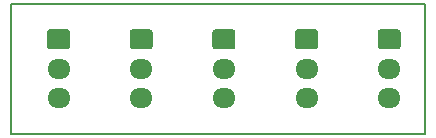
<source format=gbr>
%TF.GenerationSoftware,KiCad,Pcbnew,(5.1.9)-1*%
%TF.CreationDate,2021-06-10T11:00:13+02:00*%
%TF.ProjectId,20_Multiprise_JST_3pins,32305f4d-756c-4746-9970-726973655f4a,rev?*%
%TF.SameCoordinates,Original*%
%TF.FileFunction,Copper,L1,Top*%
%TF.FilePolarity,Positive*%
%FSLAX46Y46*%
G04 Gerber Fmt 4.6, Leading zero omitted, Abs format (unit mm)*
G04 Created by KiCad (PCBNEW (5.1.9)-1) date 2021-06-10 11:00:13*
%MOMM*%
%LPD*%
G01*
G04 APERTURE LIST*
%TA.AperFunction,Profile*%
%ADD10C,0.150000*%
%TD*%
%TA.AperFunction,ComponentPad*%
%ADD11O,1.950000X1.700000*%
%TD*%
G04 APERTURE END LIST*
D10*
X145000000Y-133000000D02*
X145000000Y-122000000D01*
X180000000Y-133000000D02*
X145000000Y-133000000D01*
X180000000Y-122000000D02*
X180000000Y-133000000D01*
X145000000Y-122000000D02*
X180000000Y-122000000D01*
%TO.P,J1,1*%
%TO.N,pin1*%
%TA.AperFunction,ComponentPad*%
G36*
G01*
X148275000Y-124150000D02*
X149725000Y-124150000D01*
G75*
G02*
X149975000Y-124400000I0J-250000D01*
G01*
X149975000Y-125600000D01*
G75*
G02*
X149725000Y-125850000I-250000J0D01*
G01*
X148275000Y-125850000D01*
G75*
G02*
X148025000Y-125600000I0J250000D01*
G01*
X148025000Y-124400000D01*
G75*
G02*
X148275000Y-124150000I250000J0D01*
G01*
G37*
%TD.AperFunction*%
D11*
%TO.P,J1,2*%
%TO.N,pin2*%
X149000000Y-127500000D03*
%TO.P,J1,3*%
%TO.N,pin3*%
X149000000Y-130000000D03*
%TD*%
%TO.P,J2,3*%
%TO.N,pin3*%
X156000000Y-130000000D03*
%TO.P,J2,2*%
%TO.N,pin2*%
X156000000Y-127500000D03*
%TO.P,J2,1*%
%TO.N,pin1*%
%TA.AperFunction,ComponentPad*%
G36*
G01*
X155275000Y-124150000D02*
X156725000Y-124150000D01*
G75*
G02*
X156975000Y-124400000I0J-250000D01*
G01*
X156975000Y-125600000D01*
G75*
G02*
X156725000Y-125850000I-250000J0D01*
G01*
X155275000Y-125850000D01*
G75*
G02*
X155025000Y-125600000I0J250000D01*
G01*
X155025000Y-124400000D01*
G75*
G02*
X155275000Y-124150000I250000J0D01*
G01*
G37*
%TD.AperFunction*%
%TD*%
%TO.P,J3,1*%
%TO.N,pin1*%
%TA.AperFunction,ComponentPad*%
G36*
G01*
X162275000Y-124150000D02*
X163725000Y-124150000D01*
G75*
G02*
X163975000Y-124400000I0J-250000D01*
G01*
X163975000Y-125600000D01*
G75*
G02*
X163725000Y-125850000I-250000J0D01*
G01*
X162275000Y-125850000D01*
G75*
G02*
X162025000Y-125600000I0J250000D01*
G01*
X162025000Y-124400000D01*
G75*
G02*
X162275000Y-124150000I250000J0D01*
G01*
G37*
%TD.AperFunction*%
%TO.P,J3,2*%
%TO.N,pin2*%
X163000000Y-127500000D03*
%TO.P,J3,3*%
%TO.N,pin3*%
X163000000Y-130000000D03*
%TD*%
%TO.P,J4,3*%
%TO.N,pin3*%
X170000000Y-130000000D03*
%TO.P,J4,2*%
%TO.N,pin2*%
X170000000Y-127500000D03*
%TO.P,J4,1*%
%TO.N,pin1*%
%TA.AperFunction,ComponentPad*%
G36*
G01*
X169275000Y-124150000D02*
X170725000Y-124150000D01*
G75*
G02*
X170975000Y-124400000I0J-250000D01*
G01*
X170975000Y-125600000D01*
G75*
G02*
X170725000Y-125850000I-250000J0D01*
G01*
X169275000Y-125850000D01*
G75*
G02*
X169025000Y-125600000I0J250000D01*
G01*
X169025000Y-124400000D01*
G75*
G02*
X169275000Y-124150000I250000J0D01*
G01*
G37*
%TD.AperFunction*%
%TD*%
%TO.P,J5,1*%
%TO.N,pin1*%
%TA.AperFunction,ComponentPad*%
G36*
G01*
X176275000Y-124150000D02*
X177725000Y-124150000D01*
G75*
G02*
X177975000Y-124400000I0J-250000D01*
G01*
X177975000Y-125600000D01*
G75*
G02*
X177725000Y-125850000I-250000J0D01*
G01*
X176275000Y-125850000D01*
G75*
G02*
X176025000Y-125600000I0J250000D01*
G01*
X176025000Y-124400000D01*
G75*
G02*
X176275000Y-124150000I250000J0D01*
G01*
G37*
%TD.AperFunction*%
%TO.P,J5,2*%
%TO.N,pin2*%
X177000000Y-127500000D03*
%TO.P,J5,3*%
%TO.N,pin3*%
X177000000Y-130000000D03*
%TD*%
M02*

</source>
